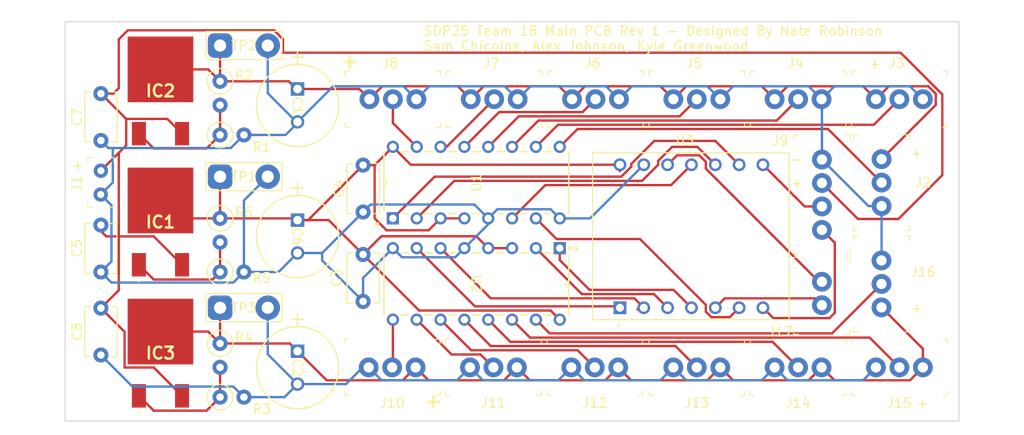
<source format=kicad_pcb>
(kicad_pcb (version 20221018) (generator pcbnew)
  (layers (0 "F.Cu" signal) (31 "B.Cu" signal) (34 "B.Paste" user) (35 "F.Paste" user) (36 "B.SilkS" user "B.Silkscreen") (37 "F.SilkS" user "F.Silkscreen") (38 "B.Mask" user) (39 "F.Mask" user) (44 "Edge.Cuts" user))
  (net 0 "")
  (net 1 "Net-(IC2-OUTPUT)")
  (net 2 "GND")
  (net 3 "Net-(IC3-OUTPUT)")
  (net 4 "Net-(IC1-OUTPUT)")
  (net 5 "Net-(IC1-INPUT)")
  (net 6 "Net-(IC1-ADJ)")
  (net 7 "Net-(IC2-ADJ)")
  (net 8 "Net-(IC3-ADJ)")
  (net 9 "Net-(U1-E)")
  (net 10 "Net-(U1-D)")
  (net 11 "Net-(U1-C)")
  (net 12 "Net-(U1-B)")
  (net 13 "Net-(U1-A)")
  (net 14 "Net-(U1-G)")
  (net 15 "Net-(U1-F)")
  (net 16 "Net-(U3-RX_D7)")
  (net 17 "Net-(U3-TX_D6)")
  (net 18 "Net-(U2-E)")
  (net 19 "Net-(U2-D)")
  (net 20 "Net-(U2-C)")
  (net 21 "Net-(U2-B)")
  (net 22 "Net-(U2-A)")
  (net 23 "Net-(U2-G)")
  (net 24 "Net-(U2-F)")
  (net 25 "Net-(U3-VCC_3V3)")
  (net 26 "Net-(U3-D4)")
  (net 27 "Net-(U1-D1)")
  (net 28 "Net-(U1-D2)")
  (net 29 "Net-(U1-D3)")
  (net 30 "Net-(U1-D0)")
  (net 31 "Net-(U2-D1)")
  (net 32 "Net-(U2-D2)")
  (net 33 "Net-(U2-D3)")
  (net 34 "Net-(U2-D0)")
  (footprint "digikey-footprints:PinHeader_1x4_P2.5mm_Drill1.1mm" (layer "F.Cu") (at 128.905 51.515 -90)
    (fp_text reference "J9")
    (fp_text value "Radar Sensor Connector")
  )
  (footprint "digikey-footprints:PinHeader_1x3_P2.5mm_Drill1.1mm" (layer "F.Cu") (at 134.66 73.665)
    (fp_text reference "J15")
    (fp_text value "D2PCB6" hide)
  )
  (footprint "Resistor_THT:R_Axial_DIN0207_L6.3mm_D2.5mm_P2.54mm_Vertical" (layer "F.Cu") (at 64.77 43.18 -90)
    (fp_text reference "R2")
    (fp_text value "180" hide)
  )
  (footprint "Resistor_THT:R_Axial_DIN0207_L6.3mm_D2.5mm_P2.54mm_Vertical" (layer "F.Cu") (at 64.77 76.835)
    (fp_text reference "R3")
    (fp_text value "150" hide)
  )
  (footprint "TestPoint:TestPoint_2Pads_Pitch5.08mm_Drill1.3mm" (layer "F.Cu") (at 64.77 53.34)
    (fp_text reference "TP1")
    (fp_text value "TP 5V" hide)
  )
  (footprint "AZ1084CDADJTRG1:AZ1084CDADJTRG1" (layer "F.Cu") (at 58.42 44.21)
    (fp_text reference "IC2")
    (fp_text value "LED Voltage Reg. 1" hide)
  )
  (footprint "EEAGA1H220:CAP_PAN_8X7_PAN" (layer "F.Cu") (at 73.025 57.96915 -90)
    (fp_text reference "C6")
    (fp_text value "22uF" hide)
  )
  (footprint "Capacitor_THT:C_Disc_D5.1mm_W3.2mm_P5.00mm" (layer "F.Cu") (at 80.01 66.635 90)
    (fp_text reference "C3")
    (fp_text value "0.1uF" hide)
  )
  (footprint "digikey-footprints:PinHeader_1x3_P2.5mm_Drill1.1mm" (layer "F.Cu") (at 102.195 73.665)
    (fp_text reference "J12")
    (fp_text value "D2PCB3" hide)
  )
  (footprint "MountingHole:MountingHole_2.2mm_M2" (layer "F.Cu") (at 50.8 39.37)
    (fp_text reference "REF**" hide)
    (fp_text value "MountingHole_2.2mm_M2")
  )
  (footprint "AZ1084CDADJTRG1:AZ1084CDADJTRG1" (layer "F.Cu") (at 58.42 72.15)
    (fp_text reference "IC3")
    (fp_text value "LED Voltage Reg. 2" hide)
  )
  (footprint "Capacitor_THT:C_Disc_D5.1mm_W3.2mm_P5.00mm" (layer "F.Cu") (at 52.07 44.49 -90)
    (fp_text reference "C7")
    (fp_text value "10uF" hide)
  )
  (footprint "Capacitor_THT:C_Disc_D5.1mm_W3.2mm_P5.00mm" (layer "F.Cu") (at 52.07 58.5 -90)
    (fp_text reference "C5")
    (fp_text value "10uF" hide)
  )
  (footprint "digikey-footprints:PinHeader_1x3_P2.5mm_Drill1.1mm" (layer "F.Cu") (at 135.26 56.475 90)
    (fp_text reference "J2")
    (fp_text value "D1PCB1" hide)
  )
  (footprint "Resistor_THT:R_Axial_DIN0207_L6.3mm_D2.5mm_P2.54mm_Vertical" (layer "F.Cu") (at 64.77 57.785 -90)
    (fp_text reference "R6")
    (fp_text value "56" hide)
  )
  (footprint "digikey-footprints:PinHeader_1x3_P2.5mm_Drill1.1mm" (layer "F.Cu") (at 80.605 73.665)
    (fp_text reference "J10")
    (fp_text value "D2PCB1" hide)
  )
  (footprint "TestPoint:TestPoint_2Pads_Pitch5.08mm_Drill1.3mm" (layer "F.Cu") (at 64.77 39.37)
    (fp_text reference "TP2")
    (fp_text value "TP 2.5V" hide)
  )
  (footprint "MountingHole:MountingHole_2.2mm_M2" (layer "F.Cu") (at 50.8 76.835)
    (fp_text reference "REF**" hide)
    (fp_text value "MountingHole_2.2mm_M2")
  )
  (footprint "digikey-footprints:PinHeader_1x3_P2.5mm_Drill1.1mm" (layer "F.Cu") (at 118.07 45.085 180)
    (fp_text reference "J5")
    (fp_text value "D1PCB4" hide)
  )
  (footprint "AZ1084CDADJTRG1:AZ1084CDADJTRG1" (layer "F.Cu") (at 58.42 58.18)
    (fp_text reference "IC1")
    (fp_text value "Main Voltage Reg." hide)
  )
  (footprint "TestPoint:TestPoint_2Pads_Pitch5.08mm_Drill1.3mm" (layer "F.Cu") (at 64.77 67.31)
    (fp_text reference "TP3")
    (fp_text value "TP 2.5V" hide)
  )
  (footprint "digikey-footprints:PinHeader_1x2_P2.5mm_Drill1.1mm" (layer "F.Cu") (at 128.9 64.54 -90)
    (fp_text reference "J17")
    (fp_text value "Setup Connector")
  )
  (footprint "CD74HCT4511E:N16" (layer "F.Cu") (at 100.965 50.165 90)
    (fp_text reference "U1")
    (fp_text value "BCD-To-7 2" hide)
  )
  (footprint "digikey-footprints:PinHeader_1x3_P2.5mm_Drill1.1mm" (layer "F.Cu") (at 113.07 73.665)
    (fp_text reference "J13")
    (fp_text value "D2PCB4" hide)
  )
  (footprint "digikey-footprints:PinHeader_1x3_P2.5mm_Drill1.1mm" (layer "F.Cu") (at 135.25 62.27 -90)
    (fp_text reference "J16")
    (fp_text value "D2PCB7" hide)
  )
  (footprint "CD74HCT4511E:N16" (layer "F.Cu") (at 83.185 68.58 -90)
    (fp_text reference "U2")
    (fp_text value "BCD-TO-7 1" hide)
  )
  (footprint "EEAGA1H220:CAP_PAN_8X7_PAN" (layer "F.Cu") (at 73.025 43.99915 -90)
    (fp_text reference "C1")
    (fp_text value "22uF" hide)
  )
  (footprint "EEAGA1H220:CAP_PAN_8X7_PAN" (layer "F.Cu") (at 73.025 71.93915 -90)
    (fp_text reference "C2")
    (fp_text value "22uF" hide)
  )
  (footprint "digikey-footprints:PinHeader_1x3_P2.5mm_Drill1.1mm" (layer "F.Cu") (at 128.865 45.085 180)
    (fp_text reference "J4")
    (fp_text value "D1PCB3" hide)
  )
  (footprint "MountingHole:MountingHole_2.2mm_M2" (layer "F.Cu") (at 140.97 58.42)
    (fp_text reference "REF**" hide)
    (fp_text value "MountingHole_2.2mm_M2")
  )
  (footprint "digikey-footprints:PinHeader_1x3_P2.5mm_Drill1.1mm" (layer "F.Cu") (at 91.4 73.665)
    (fp_text reference "J11")
    (fp_text value "D2PCB2" hide)
  )
  (footprint "Capacitor_THT:C_Disc_D5.1mm_W3.2mm_P5.00mm" (layer "F.Cu") (at 52.07 67.35 -90)
    (fp_text reference "C8")
    (fp_text value "10uF" hide)
  )
  (footprint "digikey-footprints:PinHeader_1x3_P2.5mm_Drill1.1mm" (layer "F.Cu") (at 123.865 73.665)
    (fp_text reference "J14")
    (fp_text value "D2PCB5" hide)
  )
  (footprint "digikey-footprints:PinHeader_1x3_P2.5mm_Drill1.1mm" (layer "F.Cu") (at 96.48 45.085 180)
    (fp_text reference "J7")
    (fp_text value "D1PCB6" hide)
  )
  (footprint "digikey-footprints:PinHeader_1x3_P2.5mm_Drill1.1mm" (layer "F.Cu") (at 107.275 45.085 180)
    (fp_text reference "J6")
    (fp_text value "D1PCB5" hide)
  )
  (footprint "Capacitor_THT:C_Disc_D5.1mm_W3.2mm_P5.00mm" (layer "F.Cu") (at 80.01 52.11 -90)
    (fp_text reference "C4")
    (fp_text value "0.1uF" hide)
  )
  (footprint "113991054:MODULE_113991054" (layer "F.Cu") (at 114.935 59.69 90)
    (fp_text reference "U3")
    (fp_text value "XIAO ESP32C3")
  )
  (footprint "Resistor_THT:R_Axial_DIN0207_L6.3mm_D2.5mm_P2.54mm_Vertical" (layer "F.Cu") (at 64.77 48.895)
    (fp_text reference "R1")
    (fp_text value "150" hide)
  )
  (footprint "Resistor_THT:R_Axial_DIN0207_L6.3mm_D2.5mm_P2.54mm_Vertical" (layer "F.Cu") (at 64.77 63.5)
    (fp_text reference "R5")
    (fp_text value "150" hide)
  )
  (footprint "digikey-footprints:PinHeader_1x3_P2.5mm_Drill1.1mm" (layer "F.Cu") (at 85.685 45.085 180)
    (fp_text reference "J8")
    (fp_text value "D1PCB7" hide)
  )
  (footprint "digikey-footprints:PinHeader_1x3_P2.5mm_Drill1.1mm" (layer "F.Cu") (at 139.66 45.085 180)
    (fp_text reference "J3")
    (fp_text value "D1PCB2" hide)
  )
  (footprint "digikey-footprints:PinHeader_1x2_P2.54mm" (layer "F.Cu") (at 52.07 52.705 -90)
    (fp_text reference "J1")
    (fp_text value "Battery Conn")
  )
  (footprint "Resistor_THT:R_Axial_DIN0207_L6.3mm_D2.5mm_P2.54mm_Vertical" (layer "F.Cu") (at 64.77 71.12 -90)
    (fp_text reference "R4")
    (fp_text value "180" hide)
  )
  (gr_rect (start 48.26 36.83) (end 143.51 79.375) (stroke (width 0.1)) (fill none) (layer "Edge.Cuts"))
  (gr_text "+" (at 48.895 52.705) (layer "F.SilkS") (effects (font (size 1 1)) (justify left bottom)))
  (gr_text "-" (at 127 52.07) (layer "F.SilkS") (effects (font (size 1 1)) (justify left bottom mirror)))
  (gr_text "SDP25 Team 18 Main PCB Rev 1 - Designed By Nate Robinson\nSam Chicoine, Alex Johnson, Kyle Greenwood" (at 86.36 40.005) (layer "F.SilkS") (effects (font (size 1 1)) (justify left bottom)))
  (gr_text "+" (at 86.36 78.105) (layer "F.SilkS") (effects (font (size 1.5 1.5) (thickness 0.3) bold) (justify left bottom)))
  (gr_text "+" (at 77.47 41.91) (layer "F.SilkS") (effects (font (size 1.5 1.5) (thickness 0.3) bold) (justify left bottom)))
  (gr_text "+" (at 127 54.61) (layer "F.SilkS") (effects (font (size 1 1)) (justify left bottom mirror)))
  (gr_text "+" (at 140.335 78.105) (layer "F.SilkS") (effects (font (size 1 1)) (justify left bottom mirror)))
  (gr_text "+" (at 139.7 67.945) (layer "F.SilkS") (effects (font (size 1 1)) (justify left bottom mirror)))
  (gr_text "+" (at 135.255 41.91) (layer "F.SilkS") (effects (font (size 1 1)) (justify left bottom mirror)))
  (gr_text "+" (at 139.7 51.435) (layer "F.SilkS") (effects (font (size 1 1)) (justify left bottom mirror)))
  (segment (start 92.855 43.71) (end 100.9 43.71) (width 0.25) (layer "F.Cu") (net 1))
  (segment (start 123.865 45.085) (end 125.24 43.71) (width 0.25) (layer "F.Cu") (net 1))
  (segment (start 58.42 41.91) (end 63.5 41.91) (width 0.25) (layer "F.Cu") (net 1))
  (segment (start 79.59915 43.99915) (end 80.685 45.085) (width 0.25) (layer "F.Cu") (net 1))
  (segment (start 140.23 43.71) (end 141.035 44.515) (width 0.25) (layer "F.Cu") (net 1))
  (segment (start 73.025 43.99915) (end 79.59915 43.99915) (width 0.25) (layer "F.Cu") (net 1))
  (segment (start 80.685 45.085) (end 82.06 43.71) (width 0.25) (layer "F.Cu") (net 1))
  (segment (start 100.9 43.71) (end 102.275 45.085) (width 0.25) (layer "F.Cu") (net 1))
  (segment (start 125.24 43.71) (end 133.285 43.71) (width 0.25) (layer "F.Cu") (net 1))
  (segment (start 122.49 43.71) (end 123.865 45.085) (width 0.25) (layer "F.Cu") (net 1))
  (segment (start 63.5 41.91) (end 64.77 43.18) (width 0.25) (layer "F.Cu") (net 1))
  (segment (start 113.07 45.085) (end 114.445 43.71) (width 0.25) (layer "F.Cu") (net 1))
  (segment (start 90.105 43.71) (end 91.48 45.085) (width 0.25) (layer "F.Cu") (net 1))
  (segment (start 141.035 44.515) (end 141.035 45.7) (width 0.25) (layer "F.Cu") (net 1))
  (segment (start 82.06 43.71) (end 90.105 43.71) (width 0.25) (layer "F.Cu") (net 1))
  (segment (start 141.035 45.7) (end 135.26 51.475) (width 0.25) (layer "F.Cu") (net 1))
  (segment (start 64.77 43.18) (end 64.77 39.37) (width 0.25) (layer "F.Cu") (net 1))
  (segment (start 91.48 45.085) (end 92.855 43.71) (width 0.25) (layer "F.Cu") (net 1))
  (segment (start 114.445 43.71) (end 122.49 43.71) (width 0.25) (layer "F.Cu") (net 1))
  (segment (start 64.77 43.18) (end 72.0852 43.18) (width 0.25) (layer "F.Cu") (net 1))
  (segment (start 134.66 45.085) (end 136.035 43.71) (width 0.25) (layer "F.Cu") (net 1))
  (segment (start 133.285 43.71) (end 134.66 45.085) (width 0.25) (layer "F.Cu") (net 1))
  (segment (start 111.695 43.71) (end 113.07 45.085) (width 0.25) (layer "F.Cu") (net 1))
  (segment (start 103.65 43.71) (end 111.695 43.71) (width 0.25) (layer "F.Cu") (net 1))
  (segment (start 102.275 45.085) (end 103.65 43.71) (width 0.25) (layer "F.Cu") (net 1))
  (segment (start 72.0852 43.18) (end 73.025 44.1198) (width 0.25) (layer "F.Cu") (net 1))
  (segment (start 136.035 43.71) (end 140.23 43.71) (width 0.25) (layer "F.Cu") (net 1))
  (segment (start 107.275 45.085) (end 108.65 43.71) (width 0.25) (layer "B.Cu") (net 2))
  (segment (start 91.870001 56.310001) (end 93.345 57.785) (width 0.25) (layer "B.Cu") (net 2))
  (segment (start 105.9 43.71) (end 107.275 45.085) (width 0.25) (layer "B.Cu") (net 2))
  (segment (start 75.64565 61.47435) (end 75.64565 62.27065) (width 0.25) (layer "B.Cu") (net 2))
  (segment (start 69.85 39.37) (end 69.85 44.45) (width 0.25) (layer "B.Cu") (net 2))
  (segment (start 53.195 62.375) (end 52.07 63.5) (width 0.25) (layer "B.Cu") (net 2))
  (segment (start 90.805 60.96) (end 93.345 58.42) (width 0.25) (layer "B.Cu") (net 2))
  (segment (start 81.98 75.04) (end 90.025 75.04) (width 0.25) (layer "B.Cu") (net 2))
  (segment (start 73.025 47.50435) (end 76.81935 43.71) (width 0.25) (layer "B.Cu") (net 2))
  (segment (start 52.07 72.35) (end 55.43 75.71) (width 0.25) (layer "B.Cu") (net 2))
  (segment (start 52.05 55.245) (end 53.34 53.955) (width 0.25) (layer "B.Cu") (net 2))
  (segment (start 103.57 75.04) (end 111.695 75.04) (width 0.25) (layer "B.Cu") (net 2))
  (segment (start 138.285 43.71) (end 139.66 45.085) (width 0.25) (layer "B.Cu") (net 2))
  (segment (start 128.905 51.515) (end 128.905 45.125) (width 0.25) (layer "B.Cu") (net 2))
  (segment (start 116.695 43.71) (end 118.07 45.085) (width 0.25) (layer "B.Cu") (net 2))
  (segment (start 53.195 64.625) (end 53.34 64.625) (width 0.25) (layer "B.Cu") (net 2))
  (segment (start 53.195 56.39) (end 53.195 62.375) (width 0.25) (layer "B.Cu") (net 2))
  (segment (start 89.8323 61.9327) (end 90.805 60.96) (width 0.25) (layer "B.Cu") (net 2))
  (segment (start 99.9923 56.8123) (end 100.965 57.785) (width 0.25) (layer "B.Cu") (net 2))
  (segment (start 69.85 44.45) (end 73.025 47.625) (width 0.25) (layer "B.Cu") (net 2))
  (segment (start 133.865 56.475) (end 135.26 56.475) (width 0.25) (layer "B.Cu") (net 2))
  (segment (start 67.31 55.88) (end 67.31 63.5) (width 0.25) (layer "B.Cu") (net 2))
  (segment (start 123.865 73.665) (end 125.24 75.04) (width 0.25) (layer "B.Cu") (net 2))
  (segment (start 130.24 43.71) (end 138.285 43.71) (width 0.25) (layer "B.Cu") (net 2))
  (segment (start 53.34 53.955) (end 53.34 50.289999) (width 0.25) (layer "B.Cu") (net 2))
  (segment (start 96.48 45.085) (end 97.855 43.71) (width 0.25) (layer "B.Cu") (net 2))
  (segment (start 97.855 43.71) (end 105.9 43.71) (width 0.25) (layer "B.Cu") (net 2))
  (segment (start 75.64565 62.27065) (end 80.01 66.635) (width 0.25) (layer "B.Cu") (net 2))
  (segment (start 53.34 50.289999) (end 65.915001 50.289999) (width 0.25) (layer "B.Cu") (net 2))
  (segment (start 92.775 75.04) (end 100.82 75.04) (width 0.25) (layer "B.Cu") (net 2))
  (segment (start 100.965 57.785) (end 104.2035 57.785) (width 0.25) (layer "B.Cu") (net 2))
  (segment (start 80.605 73.665) (end 81.98 75.04) (width 0.25) (layer "B.Cu") (net 2))
  (segment (start 67.31 76.835) (end 71.63435 76.835) (width 0.25) (layer "B.Cu") (net 2))
  (segment (start 119.445 43.71) (end 127.49 43.71) (width 0.25) (layer "B.Cu") (net 2))
  (segment (start 93.345 58.42) (end 93.345 57.785) (width 0.25) (layer "B.Cu") (net 2))
  (segment (start 69.85 72.26935) (end 73.025 75.44435) (width 0.25) (layer "B.Cu") (net 2))
  (segment (start 69.85 53.34) (end 67.31 55.88) (width 0.25) (layer "B.Cu") (net 2))
  (segment (start 127.49 43.71) (end 128.865 45.085) (width 0.25) (layer "B.Cu") (net 2))
  (segment (start 52.05 55.245) (end 53.195 56.39) (width 0.25) (layer "B.Cu") (net 2))
  (segment (start 91.4 73.665) (end 92.775 75.04) (width 0.25) (layer "B.Cu") (net 2))
  (segment (start 53.34 64.625) (end 66.185 64.625) (width 0.25) (layer "B.Cu") (net 2))
  (segment (start 84.31 43.71) (end 85.685 45.085) (width 0.25) (layer "B.Cu") (net 2))
  (segment (start 66.185 64.625) (end 67.31 63.5) (width 0.25) (layer "B.Cu") (net 2))
  (segment (start 93.345 57.785) (end 94.3177 56.8123) (width 0.25) (layer "B.Cu") (net 2))
  (segment (start 65.915001 50.289999) (end 67.31 48.895) (width 0.25) (layer "B.Cu") (net 2))
  (segment (start 80.01 64.135) (end 83.185 60.96) (width 0.25) (layer "B.Cu") (net 2))
  (segment (start 75.64565 61.47435) (end 80.01 57.11) (width 0.25) (layer "B.Cu") (net 2))
  (segment (start 70.99935 63.5) (end 73.025 61.47435) (width 0.25) (layer "B.Cu") (net 2))
  (segment (start 78.18565 75.44435) (end 80.605 73.025) (width 0.25) (layer "B.Cu") (net 2))
  (segment (start 85.685 45.085) (end 87.06 43.71) (width 0.25) (layer "B.Cu") (net 2))
  (segment (start 67.31 48.895) (end 71.755 48.895) (width 0.25) (layer "B.Cu") (net 2))
  (segment (start 114.445 75.04) (end 122.49 75.04) (width 0.25) (layer "B.Cu") (net 2))
  (segment (start 94.3177 56.8123) (end 99.9923 56.8123) (width 0.25) (layer "B.Cu") (net 2))
  (segment (start 71.755 48.895) (end 73.025 47.625) (width 0.25) (layer "B.Cu") (net 2))
  (segment (start 128.905 45.125) (end 128.865 45.085) (width 0.25) (layer "B.Cu") (net 2))
  (segment (start 100.82 75.04) (end 102.195 73.665) (width 0.25) (layer "B.Cu") (net 2))
  (segment (start 118.07 45.085) (end 119.445 43.71) (width 0.25) (layer "B.Cu") (net 2))
  (segment (start 108.65 43.71) (end 116.695 43.71) (width 0.25) (layer "B.Cu") (net 2))
  (segment (start 67.31 63.5) (end 70.99935 63.5) (width 0.25) (layer "B.Cu") (net 2))
  (segment (start 52.07 49.49) (end 52.869999 50.289999) (width 0.25) (layer "B.Cu") (net 2))
  (segment (start 111.695 75.04) (end 113.07 73.665) (width 0.25) (layer "B.Cu") (net 2))
  (segment (start 87.06 43.71) (end 95.105 43.71) (width 0.25) (layer "B.Cu") (net 2))
  (segment (start 95.105 43.71) (end 96.48 45.085) (width 0.25) (layer "B.Cu") (net 2))
  (segment (start 113.07 73.665) (end 114.445 75.04) (width 0.25) (layer "B.Cu") (net 2))
  (segment (start 80.01 66.635) (end 80.01 64.135) (width 0.25) (layer "B.Cu") (net 2))
  (segment (start 69.85 67.31) (end 69.85 72.26935) (width 0.25) (layer "B.Cu") (net 2))
  (segment (start 102.195 73.665) (end 103.57 75.04) (width 0.25) (layer "B.Cu") (net 2))
  (segment (start 122.49 75.04) (end 123.865 73.665) (width 0.25) (layer "B.Cu") (net 2))
  (segment (start 52.869999 50.289999) (end 53.34 50.289999) (width 0.25) (layer "B.Cu") (net 2))
  (segment (start 84.1577 61.9327) (end 89.8323 61.9327) (width 0.25) (layer "B.Cu") (net 2))
  (segment (start 52.07 63.5) (end 53.195 64.625) (width 0.25) (layer "B.Cu") (net 2))
  (segment (start 76.81935 43.71) (end 84.31 43.71) (width 0.25) (layer "B.Cu") (net 2))
  (segment (start 90.025 75.04) (end 91.4 73.665) (width 0.25) (layer "B.Cu") (net 2))
  (segment (start 135.26 56.475) (end 135.26 62.26) (width 0.25) (layer "B.Cu") (net 2))
  (segment (start 80.809999 56.310001) (end 91.870001 56.310001) (width 0.25) (layer "B.Cu") (net 2))
  (segment (start 135.26 62.26) (end 135.25 62.27) (width 0.25) (layer "B.Cu") (net 2))
  (segment (start 128.865 45.085) (end 130.24 43.71) (width 0.25) (layer "B.Cu") (net 2))
  (segment (start 104.2035 57.785) (end 109.9185 52.07) (width 0.25) (layer "B.Cu") (net 2))
  (segment (start 125.24 75.04) (end 133.285 75.04) (width 0.25) (layer "B.Cu") (net 2))
  (segment (start 71.63435 76.835) (end 73.025 75.44435) (width 0.25) (layer "B.Cu") (net 2))
  (segment (start 133.285 75.04) (end 134.66 73.665) (width 0.25) (layer "B.Cu") (net 2))
  (segment (start 83.185 60.96) (end 84.1577 61.9327) (width 0.25) (layer "B.Cu") (net 2))
  (segment (start 55.43 75.71) (end 66.185 75.71) (width 0.25) (layer "B.Cu") (net 2))
  (segment (start 80.01 57.11) (end 80.809999 56.310001) (width 0.25) (layer "B.Cu") (net 2))
  (segment (start 73.025 75.44435) (end 78.18565 75.44435) (width 0.25) (layer "B.Cu") (net 2))
  (segment (start 66.185 75.71) (end 67.31 76.835) (width 0.25) (layer "B.Cu") (net 2))
  (segment (start 128.905 51.515) (end 133.865 56.475) (width 0.25) (layer "B.Cu") (net 2))
  (segment (start 73.025 61.47435) (end 75.64565 61.47435) (width 0.25) (layer "B.Cu") (net 2))
  (segment (start 76.12585 75.04) (end 84.23 75.04) (width 0.25) (layer "F.Cu") (net 3))
  (segment (start 128.865 73.665) (end 130.24 75.04) (width 0.25) (layer "F.Cu") (net 3))
  (segment (start 116.695 75.04) (end 118.07 73.665) (width 0.25) (layer "F.Cu") (net 3))
  (segment (start 138.285 75.04) (end 139.66 73.665) (width 0.25) (layer "F.Cu") (net 3))
  (segment (start 105.82 75.04) (end 107.195 73.665) (width 0.25) (layer "F.Cu") (net 3))
  (segment (start 108.57 75.04) (end 116.695 75.04) (width 0.25) (layer "F.Cu") (net 3))
  (segment (start 85.605 73.665) (end 86.98 75.04) (width 0.25) (layer "F.Cu") (net 3))
  (segment (start 95.025 75.04) (end 96.4 73.665) (width 0.25) (layer "F.Cu") (net 3))
  (segment (start 73.025 71.93915) (end 76.12585 75.04) (width 0.25) (layer "F.Cu") (net 3))
  (segment (start 64.77 71.12) (end 72.20585 71.12) (width 0.25) (layer "F.Cu") (net 3))
  (segment (start 72.20585 71.12) (end 73.025 71.93915) (width 0.25) (layer "F.Cu") (net 3))
  (segment (start 96.4 73.665) (end 97.775 75.04) (width 0.25) (layer "F.Cu") (net 3))
  (segment (start 63.5 69.85) (end 64.77 71.12) (width 0.25) (layer "F.Cu") (net 3))
  (segment (start 139.66 73.665) (end 139.66 71.68) (width 0.25) (layer "F.Cu") (net 3))
  (segment (start 139.66 71.68) (end 135.25 67.27) (width 0.25) (layer "F.Cu") (net 3))
  (segment (start 58.42 69.85) (end 63.5 69.85) (width 0.25) (layer "F.Cu") (net 3))
  (segment (start 127.49 75.04) (end 128.865 73.665) (width 0.25) (layer "F.Cu") (net 3))
  (segment (start 64.77 71.12) (end 64.77 67.31) (width 0.25) (layer "F.Cu") (net 3))
  (segment (start 97.775 75.04) (end 105.82 75.04) (width 0.25) (layer "F.Cu") (net 3))
  (segment (start 118.07 73.665) (end 119.445 75.04) (width 0.25) (layer "F.Cu") (net 3))
  (segment (start 86.98 75.04) (end 95.025 75.04) (width 0.25) (layer "F.Cu") (net 3))
  (segment (start 84.23 75.04) (end 85.605 73.665) (width 0.25) (layer "F.Cu") (net 3))
  (segment (start 130.24 75.04) (end 138.285 75.04) (width 0.25) (layer "F.Cu") (net 3))
  (segment (start 119.445 75.04) (end 127.49 75.04) (width 0.25) (layer "F.Cu") (net 3))
  (segment (start 107.195 73.665) (end 108.57 75.04) (width 0.25) (layer "F.Cu") (net 3))
  (segment (start 83.185 50.165) (end 85.09 52.07) (width 0.25) (layer "F.Cu") (net 4))
  (segment (start 81.24 52.11) (end 83.185 50.165) (width 0.25) (layer "F.Cu") (net 4))
  (segment (start 60.325 57.785) (end 58.42 55.88) (width 0.25) (layer "F.Cu") (net 4))
  (segment (start 80.01 61.635) (end 85.9823 67.6073) (width 0.25) (layer "F.Cu") (net 4))
  (segment (start 73.025 57.96915) (end 74.15085 57.96915) (width 0.25) (layer "F.Cu") (net 4))
  (segment (start 64.77 53.34) (end 64.77 57.785) (width 0.25) (layer "F.Cu") (net 4))
  (segment (start 72.84085 57.785) (end 73.025 57.96915) (width 0.25) (layer "F.Cu") (net 4))
  (segment (start 82.5096 59.055) (end 86.995 59.055) (width 0.25) (layer "F.Cu") (net 4))
  (segment (start 88.265 57.785) (end 90.805 57.785) (width 0.25) (layer "F.Cu") (net 4))
  (segment (start 74.15085 57.96915) (end 80.01 52.11) (width 0.25) (layer "F.Cu") (net 4))
  (segment (start 85.09 52.07) (end 107.3785 52.07) (width 0.25) (layer "F.Cu") (net 4))
  (segment (start 73.025 57.96915) (end 76.34415 57.96915) (width 0.25) (layer "F.Cu") (net 4))
  (segment (start 76.34415 57.96915) (end 80.01 61.635) (width 0.25) (layer "F.Cu") (net 4))
  (segment (start 86.995 59.055) (end 88.265 57.785) (width 0.25) (layer "F.Cu") (net 4))
  (segment (start 92.075 59.69) (end 93.345 60.96) (width 0.25) (layer "F.Cu") (net 4))
  (segment (start 64.77 57.785) (end 72.84085 57.785) (width 0.25) (layer "F.Cu") (net 4))
  (segment (start 80.01 61.635) (end 81.955 59.69) (width 0.25) (layer "F.Cu") (net 4))
  (segment (start 107.3785 52.747106) (end 107.3785 52.07) (width 0.25) (layer "F.Cu") (net 4))
  (segment (start 57.785 55.245) (end 58.42 55.88) (width 0.25) (layer "F.Cu") (net 4))
  (segment (start 64.77 57.785) (end 60.325 57.785) (width 0.25) (layer "F.Cu") (net 4))
  (segment (start 99.9923 67.6073) (end 100.965 68.58) (width 0.25) (layer "F.Cu") (net 4))
  (segment (start 93.345 60.96) (end 95.885 60.96) (width 0.25) (layer "F.Cu") (net 4))
  (segment (start 81.955 59.69) (end 92.075 59.69) (width 0.25) (layer "F.Cu") (net 4))
  (segment (start 81.24 57.7854) (end 82.5096 59.055) (width 0.25) (layer "F.Cu") (net 4))
  (segment (start 80.01 52.11) (end 81.24 52.11) (width 0.25) (layer "F.Cu") (net 4))
  (segment (start 81.24 52.11) (end 81.24 57.7854) (width 0.25) (layer "F.Cu") (net 4))
  (segment (start 85.9823 67.6073) (end 99.9923 67.6073) (width 0.25) (layer "F.Cu") (net 4))
  (segment (start 132.74 57.85) (end 137.056531 57.85) (width 0.25) (layer "F.Cu") (net 5))
  (segment (start 71.386098 40.132) (end 71.475 40.043098) (width 0.25) (layer "F.Cu") (net 5))
  (segment (start 137.056531 57.85) (end 141.732 53.174531) (width 0.25) (layer "F.Cu") (net 5))
  (segment (start 137.288396 40.132) (end 71.386098 40.132) (width 0.25) (layer "F.Cu") (net 5))
  (segment (start 53.395 44.49) (end 52.07 44.49) (width 0.25) (layer "F.Cu") (net 5))
  (segment (start 70.523098 37.745) (end 54.935 37.745) (width 0.25) (layer "F.Cu") (net 5))
  (segment (start 52.07 52.705) (end 53.975 50.8) (width 0.25) (layer "F.Cu") (net 5))
  (segment (start 53.975 50.8) (end 54.765 50.01) (width 0.25) (layer "F.Cu") (net 5))
  (segment (start 59.145 47.185) (end 60.72 48.76) (width 0.25) (layer "F.Cu") (net 5))
  (segment (start 128.905 54.015) (end 132.74 57.85) (width 0.25) (layer "F.Cu") (net 5))
  (segment (start 52.64 59.705) (end 53.975 59.705) (width 0.25) (layer "F.Cu") (net 5))
  (segment (start 141.732 44.575604) (end 137.288396 40.132) (width 0.25) (layer "F.Cu") (net 5))
  (segment (start 53.975 65.445) (end 52.07 67.35) (width 0.25) (layer "F.Cu") (net 5))
  (segment (start 60.72 47.865) (end 60.72 48.76) (width 0.25) (layer "F.Cu") (net 5))
  (segment (start 54.935 37.745) (end 53.975 38.705) (width 0.25) (layer "F.Cu") (net 5))
  (segment (start 52.07 44.49) (end 54.765 47.185) (width 0.25) (layer "F.Cu") (net 5))
  (segment (start 53.975 59.705) (end 53.975 65.445) (width 0.25) (layer "F.Cu") (net 5))
  (segment (start 51.435 58.5) (end 52.64 59.705) (width 0.25) (layer "F.Cu") (net 5))
  (segment (start 71.475 38.696902) (end 70.523098 37.745) (width 0.25) (layer "F.Cu") (net 5))
  (segment (start 54.595 69.875) (end 54.595 73.675) (width 0.25) (layer "F.Cu") (net 5))
  (segment (start 53.975 50.8) (end 53.975 59.705) (width 0.25) (layer "F.Cu") (net 5))
  (segment (start 54.595 73.675) (end 57.695 73.675) (width 0.25) (layer "F.Cu") (net 5))
  (segment (start 53.975 43.91) (end 53.395 44.49) (width 0.25) (layer "F.Cu") (net 5))
  (segment (start 57.695 73.675) (end 60.72 76.7) (width 0.25) (layer "F.Cu") (net 5))
  (segment (start 54.765 47.185) (end 59.145 47.185) (width 0.25) (layer "F.Cu") (net 5))
  (segment (start 52.07 67.35) (end 54.595 69.875) (width 0.25) (layer "F.Cu") (net 5))
  (segment (start 141.732 53.174531) (end 141.732 44.575604) (width 0.25) (layer "F.Cu") (net 5))
  (segment (start 57.695 59.705) (end 60.72 62.73) (width 0.25) (layer "F.Cu") (net 5))
  (segment (start 53.975 38.705) (end 53.975 43.91) (width 0.25) (layer "F.Cu") (net 5))
  (segment (start 53.975 59.705) (end 57.695 59.705) (width 0.25) (layer "F.Cu") (net 5))
  (segment (start 54.765 50.01) (end 54.765 47.185) (width 0.25) (layer "F.Cu") (net 5))
  (segment (start 71.475 40.043098) (end 71.475 38.696902) (width 0.25) (layer "F.Cu") (net 5))
  (segment (start 60.72 62.73) (end 60.72 63.82) (width 0.25) (layer "F.Cu") (net 5))
  (segment (start 57.695 64.305) (end 56.12 62.73) (width 0.25) (layer "F.Cu") (net 6))
  (segment (start 63.965 64.305) (end 57.695 64.305) (width 0.25) (layer "F.Cu") (net 6))
  (segment (start 64.77 63.5) (end 63.965 64.305) (width 0.25) (layer "F.Cu") (net 6))
  (segment (start 64.77 60.325) (end 64.77 63.5) (width 0.25) (layer "F.Cu") (net 6))
  (segment (start 56.12 48.76) (end 57.695 50.335) (width 0.25) (layer "F.Cu") (net 7))
  (segment (start 64.77 45.72) (end 64.77 48.895) (width 0.25) (layer "F.Cu") (net 7))
  (segment (start 63.33 50.335) (end 64.77 48.895) (width 0.25) (layer "F.Cu") (net 7))
  (segment (start 57.695 50.335) (end 63.33 50.335) (width 0.25) (layer "F.Cu") (net 7))
  (segment (start 64.77 76.835) (end 63.33 78.275) (width 0.25) (layer "F.Cu") (net 8))
  (segment (start 64.77 73.66) (end 64.77 76.835) (width 0.25) (layer "F.Cu") (net 8))
  (segment (start 57.695 78.275) (end 56.12 76.7) (width 0.25) (layer "F.Cu") (net 8))
  (segment (start 63.33 78.275) (end 57.695 78.275) (width 0.25) (layer "F.Cu") (net 8))
  (segment (start 129.545 48.26) (end 102.87 48.26) (width 0.25) (layer "F.Cu") (net 9))
  (segment (start 100.965 50.165) (end 102.87 48.26) (width 0.25) (layer "F.Cu") (net 9))
  (segment (start 135.26 53.975) (end 129.545 48.26) (width 0.25) (layer "F.Cu") (net 9))
  (segment (start 134.435 47.81) (end 137.16 45.085) (width 0.25) (layer "F.Cu") (net 10))
  (segment (start 100.78 47.81) (end 134.435 47.81) (width 0.25) (layer "F.Cu") (net 10))
  (segment (start 98.425 50.165) (end 100.78 47.81) (width 0.25) (layer "F.Cu") (net 10))
  (segment (start 124.09 47.36) (end 126.365 45.085) (width 0.25) (layer "F.Cu") (net 11))
  (segment (start 98.69 47.36) (end 124.09 47.36) (width 0.25) (layer "F.Cu") (net 11))
  (segment (start 95.885 50.165) (end 98.69 47.36) (width 0.25) (layer "F.Cu") (net 11))
  (segment (start 126.365 45.405986) (end 126.365 45.085) (width 0.25) (layer "F.Cu") (net 11))
  (segment (start 96.6 46.91) (end 113.745 46.91) (width 0.25) (layer "F.Cu") (net 12))
  (segment (start 113.745 46.91) (end 115.57 45.085) (width 0.25) (layer "F.Cu") (net 12))
  (segment (start 115.61 45.125) (end 115.57 45.085) (width 0.25) (layer "F.Cu") (net 12))
  (segment (start 93.345 50.165) (end 96.6 46.91) (width 0.25) (layer "F.Cu") (net 12))
  (segment (start 90.805 50.165) (end 94.51 46.46) (width 0.25) (layer "F.Cu") (net 13))
  (segment (start 94.51 46.46) (end 103.4 46.46) (width 0.25) (layer "F.Cu") (net 13))
  (segment (start 103.4 46.46) (end 104.775 45.085) (width 0.25) (layer "F.Cu") (net 13))
  (segment (start 88.265 50.165) (end 88.9 50.165) (width 0.25) (layer "F.Cu") (net 14))
  (segment (start 88.9 50.165) (end 93.98 45.085) (width 0.25) (layer "F.Cu") (net 14))
  (segment (start 83.185 47.625) (end 83.185 45.085) (width 0.25) (layer "F.Cu") (net 15))
  (segment (start 85.725 50.165) (end 83.185 47.625) (width 0.25) (layer "F.Cu") (net 15))
  (segment (start 122.6185 52.07) (end 127.0635 56.515) (width 0.25) (layer "F.Cu") (net 16))
  (segment (start 127.0635 56.515) (end 128.905 56.515) (width 0.25) (layer "F.Cu") (net 16))
  (segment (start 129.705 68.415) (end 123.7235 68.415) (width 0.25) (layer "F.Cu") (net 17))
  (segment (start 130.275 67.845) (end 129.705 68.415) (width 0.25) (layer "F.Cu") (net 17))
  (segment (start 130.275 60.385) (end 130.275 67.845) (width 0.25) (layer "F.Cu") (net 17))
  (segment (start 123.7235 68.415) (end 122.6185 67.31) (width 0.25) (layer "F.Cu") (net 17))
  (segment (start 128.905 59.015) (end 130.275 60.385) (width 0.25) (layer "F.Cu") (net 17))
  (segment (start 83.065 73.625) (end 83.105 73.665) (width 0.25) (layer "F.Cu") (net 18))
  (segment (start 83.185 73.585) (end 83.105 73.665) (width 0.25) (layer "F.Cu") (net 18))
  (segment (start 83.185 68.58) (end 83.185 73.585) (width 0.25) (layer "F.Cu") (net 18))
  (segment (start 89.435 72.29) (end 92.525 72.29) (width 0.25) (layer "F.Cu") (net 19))
  (segment (start 92.525 72.29) (end 93.9 73.665) (width 0.25) (layer "F.Cu") (net 19))
  (segment (start 85.725 68.58) (end 89.435 72.29) (width 0.25) (layer "F.Cu") (net 19))
  (segment (start 102.87 71.84) (end 104.695 73.665) (width 0.25) (layer "F.Cu") (net 20))
  (segment (start 91.525 71.84) (end 102.87 71.84) (width 0.25) (layer "F.Cu") (net 20))
  (segment (start 88.265 68.58) (end 91.525 71.84) (width 0.25) (layer "F.Cu") (net 20))
  (segment (start 93.615 71.39) (end 113.295 71.39) (width 0.25) (layer "F.Cu") (net 21))
  (segment (start 90.805 68.58) (end 93.615 71.39) (width 0.25) (layer "F.Cu") (net 21))
  (segment (start 113.295 71.39) (end 115.57 73.665) (width 0.25) (layer "F.Cu") (net 21))
  (segment (start 123.64 70.94) (end 126.365 73.665) (width 0.25) (layer "F.Cu") (net 22))
  (segment (start 93.345 68.58) (end 95.705 70.94) (width 0.25) (layer "F.Cu") (net 22))
  (segment (start 95.705 70.94) (end 123.64 70.94) (width 0.25) (layer "F.Cu") (net 22))
  (segment (start 95.885 68.58) (end 97.795 70.49) (width 0.25) (layer "F.Cu") (net 23))
  (segment (start 133.985 70.49) (end 137.16 73.665) (width 0.25) (layer "F.Cu") (net 23))
  (segment (start 97.795 70.49) (end 133.985 70.49) (width 0.25) (layer "F.Cu") (net 23))
  (segment (start 129.98 70.04) (end 99.885 70.04) (width 0.25) (layer "F.Cu") (net 24))
  (segment (start 135.25 64.77) (end 129.98 70.04) (width 0.25) (layer "F.Cu") (net 24))
  (segment (start 98.425 68.58) (end 99.885 70.04) (width 0.25) (layer "F.Cu") (net 24))
  (segment (start 112.4585 52.07) (end 113.4625 51.066) (width 0.25) (layer "F.Cu") (net 25))
  (segment (start 128.9 64.54) (end 128.588629 64.54) (width 0.25) (layer "F.Cu") (net 25))
  (segment (start 115.836 51.066) (end 116.5345 51.7645) (width 0.25) (layer "F.Cu") (net 25))
  (segment (start 116.5345 51.7645) (end 116.5345 52.485871) (width 0.25) (layer "F.Cu") (net 25))
  (segment (start 128.588629 64.54) (end 116.5345 52.485871) (width 0.25) (layer "F.Cu") (net 25))
  (segment (start 113.4625 51.066) (end 115.836 51.066) (width 0.25) (layer "F.Cu") (net 25))
  (segment (start 117.5385 67.31) (end 118.11 67.31) (width 0.25) (layer "F.Cu") (net 26))
  (segment (start 118.5425 66.306) (end 128.166 66.306) (width 0.25) (layer "F.Cu") (net 26))
  (segment (start 128.166 66.306) (end 128.9 67.04) (width 0.25) (layer "F.Cu") (net 26))
  (segment (start 117.5385 67.31) (end 118.5425 66.306) (width 0.25) (layer "F.Cu") (net 26))
  (segment (start 107.528371 53.34) (end 108.585 52.283371) (width 0.25) (layer "F.Cu") (net 27))
  (segment (start 87.63 53.34) (end 107.528371 53.34) (width 0.25) (layer "F.Cu") (net 27))
  (segment (start 83.185 57.785) (end 87.63 53.34) (width 0.25) (layer "F.Cu") (net 27))
  (segment (start 117.5385 49.53) (end 120.0785 52.07) (width 0.25) (layer "F.Cu") (net 27))
  (segment (start 108.585 52.283371) (end 108.585 51.983629) (width 0.25) (layer "F.Cu") (net 27))
  (segment (start 111.038629 49.53) (end 117.5385 49.53) (width 0.25) (layer "F.Cu") (net 27))
  (segment (start 108.585 51.983629) (end 111.038629 49.53) (width 0.25) (layer "F.Cu") (net 27))
  (segment (start 85.725 57.785) (end 89.72 53.79) (width 0.25) (layer "F.Cu") (net 28))
  (segment (start 115.6335 50.165) (end 117.5385 52.07) (width 0.25) (layer "F.Cu") (net 28))
  (segment (start 109.7345 53.79) (end 111.4545 52.07) (width 0.25) (layer "F.Cu") (net 28))
  (segment (start 111.4545 52.07) (end 111.4545 51.654129) (width 0.25) (layer "F.Cu") (net 28))
  (segment (start 112.943629 50.165) (end 115.6335 50.165) (width 0.25) (layer "F.Cu") (net 28))
  (segment (start 89.72 53.79) (end 109.7345 53.79) (width 0.25) (layer "F.Cu") (net 28))
  (segment (start 111.4545 51.654129) (end 112.943629 50.165) (width 0.25) (layer "F.Cu") (net 28))
  (segment (start 95.885 57.785) (end 99.43 54.24) (width 0.25) (layer "F.Cu") (net 29))
  (segment (start 99.43 54.24) (end 112.8285 54.24) (width 0.25) (layer "F.Cu") (net 29))
  (segment (start 112.8285 54.24) (end 114.9985 52.07) (width 0.25) (layer "F.Cu") (net 29))
  (segment (start 116.5345 67.0045) (end 116.5345 67.725871) (width 0.25) (layer "F.Cu") (net 30))
  (segment (start 119.0745 68.314) (end 120.0785 67.31) (width 0.25) (layer "F.Cu") (net 30))
  (segment (start 98.425 57.785) (end 100.6273 59.9873) (width 0.25) (layer "F.Cu") (net 30))
  (segment (start 117.122629 68.314) (end 119.0745 68.314) (width 0.25) (layer "F.Cu") (net 30))
  (segment (start 116.5345 67.725871) (end 117.122629 68.314) (width 0.25) (layer "F.Cu") (net 30))
  (segment (start 100.6273 59.9873) (end 109.5173 59.9873) (width 0.25) (layer "F.Cu") (net 30))
  (segment (start 109.5173 59.9873) (end 116.5345 67.0045) (width 0.25) (layer "F.Cu") (net 30))
  (segment (start 100.965 62.23) (end 104.14 65.405) (width 0.25) (layer "F.Cu") (net 31))
  (segment (start 113.0935 65.405) (end 114.9985 67.31) (width 0.25) (layer "F.Cu") (net 31))
  (segment (start 100.965 60.96) (end 100.965 62.23) (width 0.25) (layer "F.Cu") (net 31))
  (segment (start 104.14 65.405) (end 113.0935 65.405) (width 0.25) (layer "F.Cu") (net 31))
  (segment (start 103.321 65.856) (end 111.0045 65.856) (width 0.25) (layer "F.Cu") (net 32))
  (segment (start 111.0045 65.856) (end 112.4585 67.31) (width 0.25) (layer "F.Cu") (net 32))
  (segment (start 98.425 60.96) (end 103.321 65.856) (width 0.25) (layer "F.Cu") (net 32))
  (segment (start 108.9145 66.306) (end 109.9185 67.31) (width 0.25) (layer "F.Cu") (net 33))
  (segment (start 88.265 60.96) (end 93.611 66.306) (width 0.25) (layer "F.Cu") (net 33))
  (segment (start 109.24335 67.49415) (end 109.5375 67.2) (width 0.25) (layer "F.Cu") (net 33))
  (segment (start 93.611 66.306) (end 108.9145 66.306) (width 0.25) (layer "F.Cu") (net 33))
  (segment (start 85.725 60.96) (end 91.9223 67.1573) (width 0.25) (layer "F.Cu") (net 34))
  (segment (start 91.9223 67.1573) (end 107.2258 67.1573) (width 0.25) (layer "F.Cu") (net 34))
  (segment (start 107.2258 67.1573) (end 107.3785 67.31) (width 0.25) (layer "F.Cu") (net 34))
)
</source>
